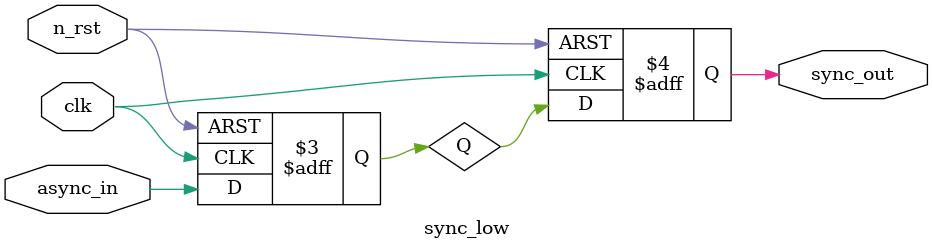
<source format=sv>


module sync_low
(
 input wire clk,
 input wire n_rst,
 input wire async_in,
 output reg sync_out
 );

   reg Q;
   
   always_ff @ (posedge clk, negedge n_rst) begin
      if (n_rst == 0) begin
	 Q <= 0;
	 sync_out <= 0;
      end
      else begin
	 Q <= async_in;  //input to Q,  Q to output when reset != 0
	 sync_out <= Q;
      end
   end
	 
endmodule

</source>
